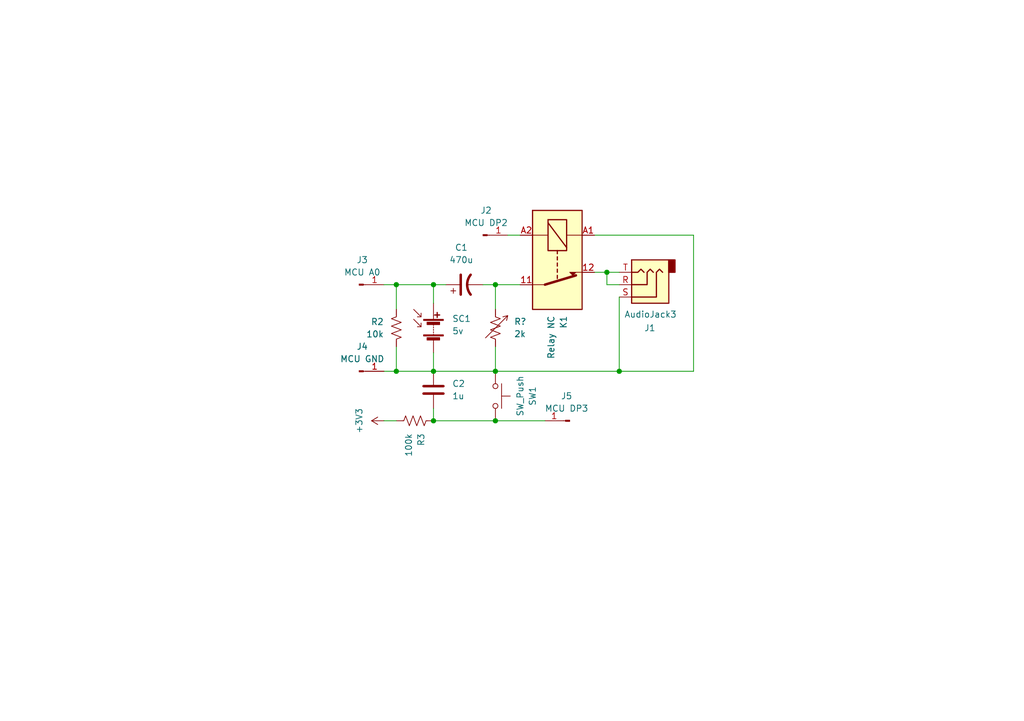
<source format=kicad_sch>
(kicad_sch (version 20231120) (generator "eeschema") (generator_version "8.0")
  (paper "A5")
  (title_block (title "VOLF Enhanced Receiver") (date "2024-09-26") (rev "1.0"))
  (lib_symbols
    (symbol "Connector:Conn_01x01_Pin" (pin_names (offset 1.016) hide)
      (property "Reference" "J" (at 0 2.54 0))
      (property "Value" "Conn_01x01_Pin" (at 0 -2.54 0))
      (symbol "Conn_01x01_Pin_1_1"
        (polyline (pts (xy 1.27 0) (xy 0.8636 0)) (stroke (width 0.1524)))
        (rectangle (start 0.8636 0.127) (end 0 -0.127) (stroke (width 0.1524)) (fill (type outline)))
        (pin passive line (at 5.08 0 180) (length 3.81) (name "Pin_1") (number "1"))
      )
    )
    (symbol "Connector_Audio:AudioJack3"
      (property "Reference" "J" (at 0 8.89 0))
      (property "Value" "AudioJack3" (at 0 6.35 0))
      (symbol "AudioJack3_0_1"
        (rectangle (start -5.08 -5.08) (end -6.35 -2.54) (stroke (width 0.254)) (fill (type outline)))
        (polyline (pts (xy 0 -2.54) (xy 0.635 -3.175) (xy 1.27 -2.54) (xy 2.54 -2.54)) (stroke (width 0.254)))
        (polyline (pts (xy -1.905 -2.54) (xy -1.27 -3.175) (xy -0.635 -2.54) (xy -0.635 0) (xy 2.54 0)) (stroke (width 0.254)))
        (polyline (pts (xy 2.54 2.54) (xy -2.54 2.54) (xy -2.54 -2.54) (xy -3.175 -3.175) (xy -3.81 -2.54)) (stroke (width 0.254)))
        (rectangle (start 2.54 3.81) (end -5.08 -5.08) (stroke (width 0.254)) (fill (type background)))
      )
      (symbol "AudioJack3_1_1"
        (pin passive line (at 5.08 0 180) (length 2.54) (name "~") (number "R"))
        (pin passive line (at 5.08 2.54 180) (length 2.54) (name "~") (number "S"))
        (pin passive line (at 5.08 -2.54 180) (length 2.54) (name "~") (number "T"))
      )
    )
    (symbol "Device:C" (pin_numbers hide) (pin_names (offset 0.254))
      (property "Reference" "C" (at 0.635 2.54 0))
      (property "Value" "C" (at 0.635 -2.54 0))
      (symbol "C_0_1"
        (polyline (pts (xy -2.032 -0.762) (xy 2.032 -0.762)) (stroke (width 0.508)))
        (polyline (pts (xy -2.032 0.762) (xy 2.032 0.762)) (stroke (width 0.508)))
      )
      (symbol "C_1_1"
        (pin passive line (at 0 3.81 270) (length 2.794) (name "~") (number "1"))
        (pin passive line (at 0 -3.81 90) (length 2.794) (name "~") (number "2"))
      )
    )
    (symbol "Device:C_Polarized_US" (pin_numbers hide) (pin_names (offset 0.254) hide)
      (property "Reference" "C" (at 0.635 2.54 0))
      (property "Value" "C_Polarized_US" (at 0.635 -2.54 0))
      (symbol "C_Polarized_US_0_1"
        (polyline (pts (xy -2.032 0.762) (xy 2.032 0.762)) (stroke (width 0.508)))
        (polyline (pts (xy -1.778 2.286) (xy -0.762 2.286)))
        (polyline (pts (xy -1.27 1.778) (xy -1.27 2.794)))
        (arc (start 2.032 -1.27) (mid 0 -0.5572) (end -2.032 -1.27) (stroke (width 0.508)))
      )
      (symbol "C_Polarized_US_1_1"
        (pin passive line (at 0 3.81 270) (length 2.794) (name "~") (number "1"))
        (pin passive line (at 0 -3.81 90) (length 3.302) (name "~") (number "2"))
      )
    )
    (symbol "Device:R_US" (pin_numbers hide) (pin_names (offset 0))
      (property "Reference" "R" (at 2.54 0 90))
      (property "Value" "R_US" (at -2.54 0 90))
      (symbol "R_US_0_1"
        (polyline (pts (xy 0 -2.286) (xy 0 -2.54)))
        (polyline (pts (xy 0 2.286) (xy 0 2.54)))
        (polyline (pts (xy 0 -0.762) (xy 1.016 -1.143) (xy 0 -1.524) (xy -1.016 -1.905) (xy 0 -2.286)))
        (polyline (pts (xy 0 0.762) (xy 1.016 0.381) (xy 0 0) (xy -1.016 -0.381) (xy 0 -0.762)))
        (polyline (pts (xy 0 2.286) (xy 1.016 1.905) (xy 0 1.524) (xy -1.016 1.143) (xy 0 0.762)))
      )
      (symbol "R_US_1_1"
        (pin passive line (at 0 3.81 270) (length 1.27) (name "~") (number "1"))
        (pin passive line (at 0 -3.81 90) (length 1.27) (name "~") (number "2"))
      )
    )
    (symbol "Device:R_Variable_US" (pin_numbers hide) (pin_names (offset 0))
      (property "Reference" "R" (at 2.54 -2.54 90))
      (property "Value" "R_Variable_US" (at -2.54 -1.27 90))
      (symbol "R_Variable_US_0_1"
        (polyline (pts (xy 0 -2.286) (xy 0 -2.54)))
        (polyline (pts (xy 0 2.286) (xy 0 2.54)))
        (polyline (pts (xy 0 -0.762) (xy 1.016 -1.143) (xy 0 -1.524) (xy -1.016 -1.905) (xy 0 -2.286)))
        (polyline (pts (xy 0 0.762) (xy 1.016 0.381) (xy 0 0) (xy -1.016 -0.381) (xy 0 -0.762)))
        (polyline (pts (xy 0 2.286) (xy 1.016 1.905) (xy 0 1.524) (xy -1.016 1.143) (xy 0 0.762)) (stroke (width 0.1524)))
        (polyline (pts (xy 2.286 1.524) (xy 2.54 2.54) (xy 1.524 2.286) (xy 2.54 2.54) (xy -2.032 -2.032)) (stroke (width 0.1524)))
      )
      (symbol "R_Variable_US_1_1"
        (pin passive line (at 0 3.81 270) (length 1.27) (name "~") (number "1"))
        (pin passive line (at 0 -3.81 90) (length 1.27) (name "~") (number "2"))
      )
    )
    (symbol "Device:Solar_Cells" (pin_numbers hide) (pin_names (offset 0) hide)
      (property "Reference" "SC" (at 2.54 2.54 0))
      (property "Value" "Solar_Cells" (at 2.54 0 0))
      (symbol "Solar_Cells_0_1"
        (rectangle (start -2.032 -1.397) (end 2.032 -1.651) (fill (type outline)))
        (rectangle (start -2.032 1.778) (end 2.032 1.524) (fill (type outline)))
        (rectangle (start -1.3208 -1.9812) (end 1.27 -2.4892) (fill (type outline)))
        (rectangle (start -1.3208 1.1938) (end 1.27 0.6858) (fill (type outline)))
        (polyline (pts (xy -2.54 0.254) (xy -4.064 1.778)))
        (polyline (pts (xy -2.54 2.286) (xy -4.064 3.81)))
        (polyline (pts (xy 0 -1.524) (xy 0 -1.27)))
        (polyline (pts (xy 0 -1.016) (xy 0 -0.762)))
        (polyline (pts (xy 0 -0.508) (xy 0 -0.254)))
        (polyline (pts (xy 0 0) (xy 0 0.254)))
        (polyline (pts (xy 0 0.508) (xy 0 0.762)))
        (polyline (pts (xy 0 1.778) (xy 0 2.54)))
        (polyline (pts (xy 0.254 2.667) (xy 1.27 2.667)) (stroke (width 0.254)))
        (polyline (pts (xy 0.762 3.175) (xy 0.762 2.159)) (stroke (width 0.254)))
        (polyline (pts (xy -2.54 1.016) (xy -2.54 0.254) (xy -3.302 0.254)))
        (polyline (pts (xy -2.54 3.048) (xy -2.54 2.286) (xy -3.302 2.286)))
      )
      (symbol "Solar_Cells_1_1"
        (pin passive line (at 0 5.08 270) (length 2.54) (name "+") (number "1"))
        (pin passive line (at 0 -5.08 90) (length 2.54) (name "-") (number "2"))
      )
    )
    (symbol "Relay:Relay_SPST-NC"
      (property "Reference" "K" (at 11.43 3.81 0))
      (property "Value" "Relay_SPST-NC" (at 11.43 1.27 0))
      (symbol "Relay_SPST-NC_0_1"
        (rectangle (start -8.255 1.905) (end -1.905 -1.905) (stroke (width 0.254)))
        (polyline (pts (xy -7.62 -1.905) (xy -2.54 1.905)) (stroke (width 0.254)))
        (polyline (pts (xy -5.08 -5.08) (xy -5.08 -1.905)))
        (polyline (pts (xy -5.08 5.08) (xy -5.08 1.905)))
        (polyline (pts (xy -1.905 0) (xy -1.27 0)) (stroke (width 0.254)))
        (polyline (pts (xy -0.635 0) (xy 0 0)) (stroke (width 0.254)))
        (polyline (pts (xy 0.635 0) (xy 1.27 0)) (stroke (width 0.254)))
        (polyline (pts (xy 1.905 0) (xy 2.54 0)) (stroke (width 0.254)))
        (polyline (pts (xy 3.175 0) (xy 3.81 0)) (stroke (width 0.254)))
        (polyline (pts (xy 5.08 -2.54) (xy 3.175 3.81)) (stroke (width 0.508)))
        (polyline (pts (xy 5.08 -2.54) (xy 5.08 -5.08)))
        (polyline (pts (xy 2.54 5.08) (xy 2.54 2.54) (xy 3.175 3.175) (xy 2.54 3.81)) (fill (type outline)))
      )
      (symbol "Relay_SPST-NC_1_1"
        (rectangle (start -10.16 5.08) (end 10.16 -5.08) (stroke (width 0.254)) (fill (type background)))
        (pin passive line (at 5.08 -7.62 90) (length 2.54) (name "~") (number "11"))
        (pin passive line (at 2.54 7.62 270) (length 2.54) (name "~") (number "12"))
        (pin passive line (at -5.08 7.62 270) (length 2.54) (name "~") (number "A1"))
        (pin passive line (at -5.08 -7.62 90) (length 2.54) (name "~") (number "A2"))
      )
    )
    (symbol "Switch:SW_Push" (pin_numbers hide) (pin_names (offset 1.016) hide)
      (property "Reference" "SW" (at 1.27 2.54 0))
      (property "Value" "SW_Push" (at 0 -1.524 0))
      (symbol "SW_Push_0_1"
        (circle (center -2.032 0) (radius 0.508))
        (polyline (pts (xy 0 1.27) (xy 0 3.048)))
        (polyline (pts (xy 2.54 1.27) (xy -2.54 1.27)))
        (circle (center 2.032 0) (radius 0.508))
        (pin passive line (at -5.08 0 0) (length 2.54) (name "1") (number "1"))
        (pin passive line (at 5.08 0 180) (length 2.54) (name "2") (number "2"))
      )
    )
    (symbol "power:+3V3" (power) (pin_numbers hide) (pin_names (offset 0) hide)
      (property "Value" "+3V3" (at 0 3.556 0))
      (symbol "+3V3_0_1"
        (polyline (pts (xy -0.762 1.27) (xy 0 2.54)))
        (polyline (pts (xy 0 0) (xy 0 2.54)))
        (polyline (pts (xy 0 2.54) (xy 0.762 1.27)))
      )
      (symbol "+3V3_1_1"
        (pin power_in line (at 0 0 90) (length 0) (name "~") (number "1"))
      )
    )
  )
  (junction (at 88.9 86.36))
  (junction (at 124.46 55.88))
  (junction (at 88.9 76.2))
  (junction (at 101.6 76.2))
  (junction (at 101.6 58.42))
  (junction (at 88.9 58.42))
  (junction (at 127 76.2))
  (junction (at 101.6 86.36))
  (junction (at 81.28 58.42))
  (junction (at 81.28 76.2))
  (wire (pts (xy 91.44 58.42) (xy 88.9 58.42)))
  (wire (pts (xy 101.6 58.42) (xy 101.6 63.5)))
  (wire (pts (xy 121.92 48.26) (xy 142.24 48.26)))
  (wire (pts (xy 81.28 58.42) (xy 81.28 63.5)))
  (wire (pts (xy 78.74 86.36) (xy 81.28 86.36)))
  (wire (pts (xy 124.46 58.42) (xy 127 58.42)))
  (wire (pts (xy 124.46 55.88) (xy 127 55.88)))
  (wire (pts (xy 127 60.96) (xy 127 76.2)))
  (wire (pts (xy 88.9 86.36) (xy 101.6 86.36)))
  (wire (pts (xy 81.28 71.12) (xy 81.28 76.2)))
  (wire (pts (xy 121.92 55.88) (xy 124.46 55.88)))
  (wire (pts (xy 101.6 71.12) (xy 101.6 76.2)))
  (wire (pts (xy 81.28 76.2) (xy 88.9 76.2)))
  (wire (pts (xy 142.24 76.2) (xy 127 76.2)))
  (wire (pts (xy 88.9 76.2) (xy 101.6 76.2)))
  (wire (pts (xy 124.46 55.88) (xy 124.46 58.42)))
  (wire (pts (xy 88.9 72.39) (xy 88.9 76.2)))
  (wire (pts (xy 78.74 58.42) (xy 81.28 58.42)))
  (wire (pts (xy 81.28 58.42) (xy 88.9 58.42)))
  (wire (pts (xy 101.6 86.36) (xy 111.76 86.36)))
  (wire (pts (xy 104.14 48.26) (xy 106.68 48.26)))
  (wire (pts (xy 99.06 58.42) (xy 101.6 58.42)))
  (wire (pts (xy 101.6 58.42) (xy 106.68 58.42)))
  (wire (pts (xy 101.6 76.2) (xy 127 76.2)))
  (wire (pts (xy 88.9 83.82) (xy 88.9 86.36)))
  (wire (pts (xy 88.9 58.42) (xy 88.9 62.23)))
  (wire (pts (xy 78.74 76.2) (xy 81.28 76.2)))
  (wire (pts (xy 142.24 48.26) (xy 142.24 76.2)))
  (symbol (lib_id "Switch:SW_Push") (at 101.6 81.28 270) (unit 1)
    (property "Reference" "SW1" (at 109.22 81.28 0))
    (property "Value" "SW_Push" (at 106.68 81.28 0))
    (property "Description" "Push button switch, generic, two pins" (effects (hide yes)))
  )
  (symbol (lib_id "Connector:Conn_01x01_Pin") (at 73.66 58.42 0) (unit 1)
    (property "Reference" "J3" (at 74.295 53.34 0))
    (property "Value" "MCU A0" (at 74.295 55.88 0))
    (property "Description" "Generic connector, single row, 01x01, script generated" (effects (hide yes)))
  )
  (symbol (lib_id "Device:C") (at 88.9 80.01 0) (unit 1)
    (property "Reference" "C2" (at 92.71 78.7399 0) (effects (justify left)))
    (property "Value" "1u" (at 92.71 81.2799 0) (effects (justify left)))
    (property "Description" "Unpolarized capacitor" (effects (hide yes)))
  )
  (symbol (lib_id "power:+3V3") (at 78.74 86.36 90) (unit 1)
    (property "Reference" "#PWR01" (effects (hide yes)))
    (property "Value" "+3V3" (at 73.66 86.36 0))
    (property "Description" "Power symbol creates a global label with name \"+3V3\"" (effects (hide yes)))
  )
  (symbol (lib_id "Connector:Conn_01x01_Pin") (at 99.06 48.26 0) (unit 1)
    (property "Reference" "J2" (at 99.695 43.18 0))
    (property "Value" "MCU DP2" (at 99.695 45.72 0))
    (property "Description" "Generic connector, single row, 01x01, script generated" (effects (hide yes)))
  )
  (symbol (lib_id "Connector_Audio:AudioJack3") (at 132.08 58.42 180) (unit 1)
    (property "Reference" "J1" (at 132.08 67.31 0) (effects (justify right)))
    (property "Value" "AudioJack3" (at 128.016 64.516 0) (effects (justify right)))
    (property "Description" "Audio Jack, 3 Poles (Stereo / TRS)" (effects (hide yes)))
  )
  (symbol (lib_id "Connector:Conn_01x01_Pin") (at 73.66 76.2 0) (unit 1)
    (property "Reference" "J4" (at 74.295 71.12 0))
    (property "Value" "MCU GND" (at 74.295 73.66 0))
    (property "Description" "Generic connector, single row, 01x01, script generated" (effects (hide yes)))
  )
  (symbol (lib_id "Device:Solar_Cells") (at 88.9 67.31 0) (unit 1)
    (property "Reference" "SC1" (at 92.71 65.4049 0) (effects (justify left)))
    (property "Value" "5v" (at 92.71 67.9449 0) (effects (justify left)))
    (property "Description" "Multiple solar cells" (effects (hide yes)))
  )
  (symbol (lib_id "Connector:Conn_01x01_Pin") (at 116.84 86.36 0) (mirror y) (unit 1)
    (property "Reference" "J5" (at 116.205 81.28 0))
    (property "Value" "MCU DP3" (at 116.205 83.82 0))
    (property "Description" "Generic connector, single row, 01x01, script generated" (effects (hide yes)))
  )
  (symbol (lib_id "Device:R_Variable_US") (at 101.6 67.31 0) (unit 1)
    (property "Reference" "R?" (at 105.41 66.0018 0) (effects (justify left)))
    (property "Value" "2k" (at 105.41 68.5418 0) (effects (justify left)))
    (property "Description" "Variable resistor, US symbol" (effects (hide yes)))
  )
  (symbol (lib_id "Device:R_US") (at 85.09 86.36 270) (unit 1)
    (property "Reference" "R3" (at 86.3601 88.9 0) (effects (justify left)))
    (property "Value" "100k" (at 83.8201 88.9 0) (effects (justify left)))
    (property "Description" "Resistor, US symbol" (effects (hide yes)))
  )
  (symbol (lib_id "Device:R_US") (at 81.28 67.31 0) (mirror y) (unit 1)
    (property "Reference" "R2" (at 78.74 66.0399 0) (effects (justify left)))
    (property "Value" "10k" (at 78.74 68.5799 0) (effects (justify left)))
    (property "Description" "Resistor, US symbol" (effects (hide yes)))
  )
  (symbol (lib_id "Device:C_Polarized_US") (at 95.25 58.42 90) (unit 1)
    (property "Reference" "C1" (at 94.615 50.8 90))
    (property "Value" "470u" (at 94.615 53.34 90))
    (property "Description" "Polarized capacitor, US symbol" (effects (hide yes)))
  )
  (symbol (lib_id "Relay:Relay_SPST-NC") (at 114.3 53.34 270) (unit 1)
    (property "Reference" "K1" (at 115.5701 64.77 0) (effects (justify left)))
    (property "Value" "Relay NC" (at 113.0301 64.77 0) (effects (justify left)))
    (property "Description" "Relay SPST, normally closed, EN50005" (effects (hide yes)))
  )
)
</source>
